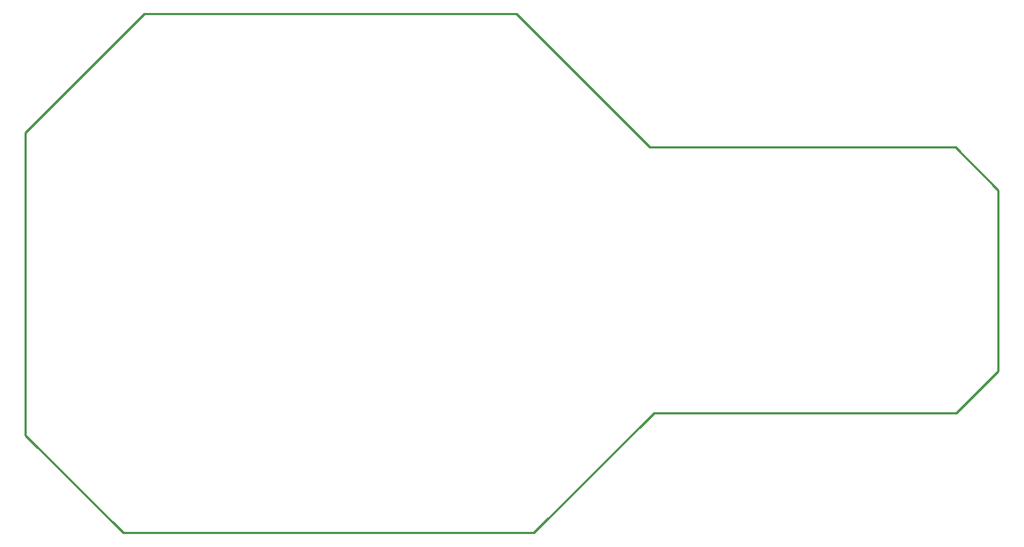
<source format=gm1>
G04*
G04 #@! TF.GenerationSoftware,Altium Limited,Altium Designer,24.3.1 (35)*
G04*
G04 Layer_Color=16711935*
%FSLAX44Y44*%
%MOMM*%
G71*
G04*
G04 #@! TF.SameCoordinates,7EAC95E6-D10C-43C9-9056-5E7D675A08E9*
G04*
G04*
G04 #@! TF.FilePolarity,Positive*
G04*
G01*
G75*
%ADD12C,0.2540*%
D12*
X1134994Y888561D02*
X1291458Y732097D01*
X558414Y393516D02*
X672968Y278962D01*
X1296030Y419678D02*
X1651376D01*
X558414Y749370D02*
X697606Y888561D01*
X1700652Y468954D02*
Y681805D01*
X697606Y888561D02*
X1134994Y888561D01*
X1651376Y419678D02*
X1700652Y468954D01*
X672968Y278962D02*
X1155314D01*
X1291458Y732097D02*
X1650360D01*
X1155314Y278962D02*
X1296030Y419678D01*
X1650360Y732097D02*
X1700652Y681805D01*
X558414Y393516D02*
Y749370D01*
M02*

</source>
